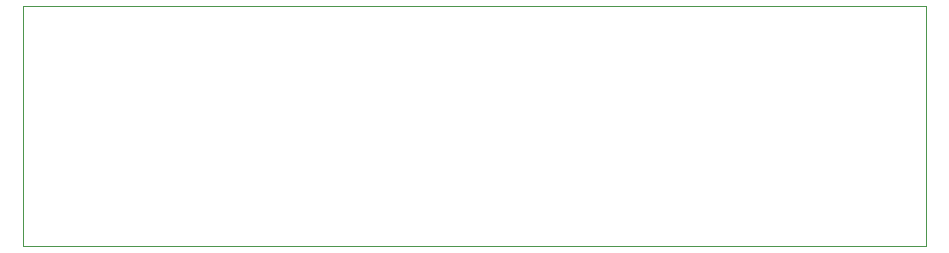
<source format=gbr>
%TF.GenerationSoftware,KiCad,Pcbnew,7.0.9*%
%TF.CreationDate,2023-12-02T22:57:23+09:00*%
%TF.ProjectId,Pmod_ADC,506d6f64-5f41-4444-932e-6b696361645f,rev?*%
%TF.SameCoordinates,Original*%
%TF.FileFunction,Profile,NP*%
%FSLAX46Y46*%
G04 Gerber Fmt 4.6, Leading zero omitted, Abs format (unit mm)*
G04 Created by KiCad (PCBNEW 7.0.9) date 2023-12-02 22:57:23*
%MOMM*%
%LPD*%
G01*
G04 APERTURE LIST*
%TA.AperFunction,Profile*%
%ADD10C,0.100000*%
%TD*%
G04 APERTURE END LIST*
D10*
X142644500Y-81534000D02*
X219098500Y-81534000D01*
X219098500Y-101854000D01*
X142644500Y-101854000D01*
X142644500Y-81534000D01*
M02*

</source>
